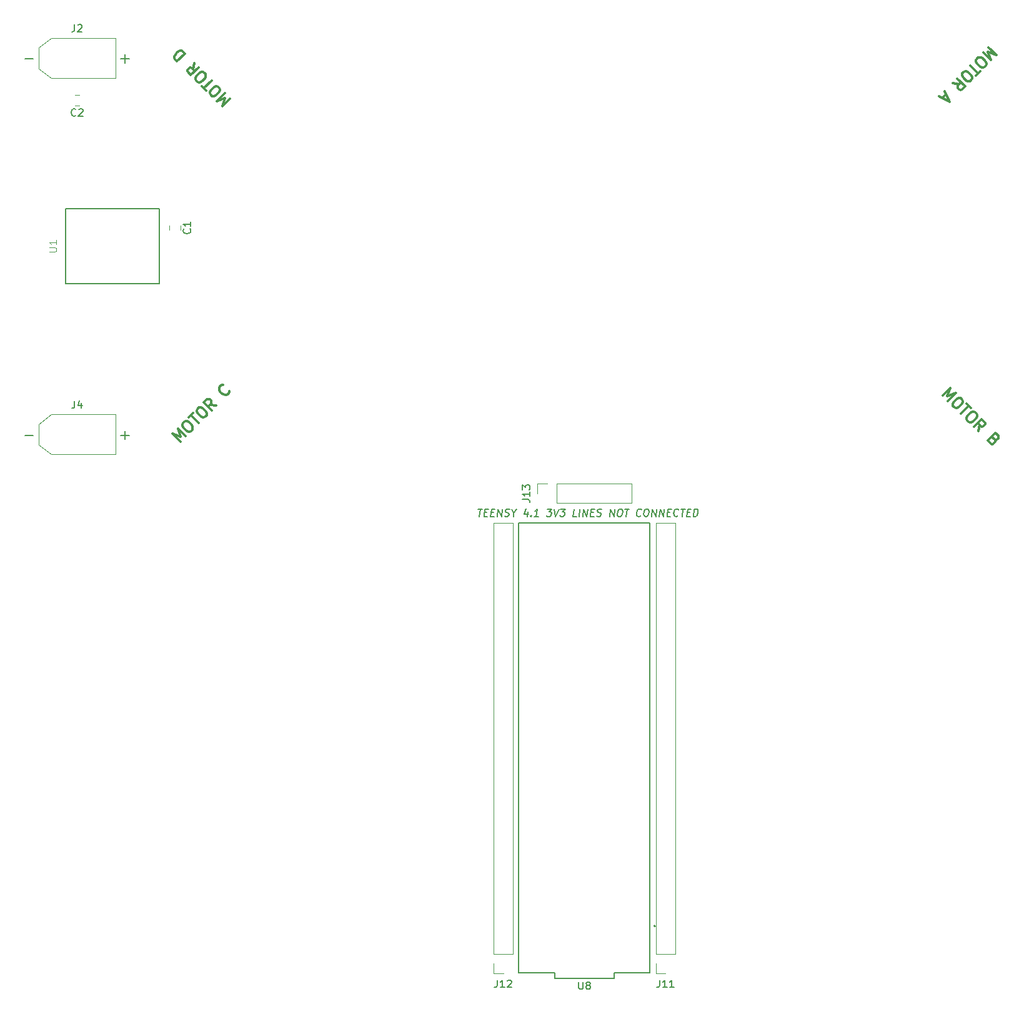
<source format=gbr>
%TF.GenerationSoftware,KiCad,Pcbnew,7.0.6-0*%
%TF.CreationDate,2023-09-14T10:32:23+10:00*%
%TF.ProjectId,Line 3.1,4c696e65-2033-42e3-912e-6b696361645f,rev?*%
%TF.SameCoordinates,Original*%
%TF.FileFunction,Legend,Top*%
%TF.FilePolarity,Positive*%
%FSLAX46Y46*%
G04 Gerber Fmt 4.6, Leading zero omitted, Abs format (unit mm)*
G04 Created by KiCad (PCBNEW 7.0.6-0) date 2023-09-14 10:32:23*
%MOMM*%
%LPD*%
G01*
G04 APERTURE LIST*
%ADD10C,0.300000*%
%ADD11C,0.200000*%
%ADD12C,0.150000*%
%ADD13C,0.100000*%
%ADD14C,0.120000*%
%ADD15C,0.127000*%
G04 APERTURE END LIST*
D10*
X95251262Y-176467066D02*
X94190602Y-175406405D01*
X94190602Y-175406405D02*
X95301770Y-175810466D01*
X95301770Y-175810466D02*
X94897709Y-174699299D01*
X94897709Y-174699299D02*
X95958369Y-175759959D01*
X95604816Y-173992192D02*
X95806847Y-173790161D01*
X95806847Y-173790161D02*
X95958369Y-173739654D01*
X95958369Y-173739654D02*
X96160400Y-173739654D01*
X96160400Y-173739654D02*
X96412938Y-173891176D01*
X96412938Y-173891176D02*
X96766491Y-174244730D01*
X96766491Y-174244730D02*
X96918014Y-174497268D01*
X96918014Y-174497268D02*
X96918014Y-174699298D01*
X96918014Y-174699298D02*
X96867507Y-174850821D01*
X96867507Y-174850821D02*
X96665476Y-175052852D01*
X96665476Y-175052852D02*
X96513953Y-175103360D01*
X96513953Y-175103360D02*
X96311923Y-175103360D01*
X96311923Y-175103360D02*
X96059385Y-174951837D01*
X96059385Y-174951837D02*
X95705831Y-174598283D01*
X95705831Y-174598283D02*
X95554308Y-174345745D01*
X95554308Y-174345745D02*
X95554308Y-174143715D01*
X95554308Y-174143715D02*
X95604816Y-173992192D01*
X96362431Y-173234577D02*
X96968522Y-172628485D01*
X97726137Y-173992191D02*
X96665476Y-172931531D01*
X97524106Y-172072902D02*
X97726137Y-171870871D01*
X97726137Y-171870871D02*
X97877659Y-171820364D01*
X97877659Y-171820364D02*
X98079690Y-171820364D01*
X98079690Y-171820364D02*
X98332228Y-171971886D01*
X98332228Y-171971886D02*
X98685781Y-172325440D01*
X98685781Y-172325440D02*
X98837304Y-172577978D01*
X98837304Y-172577978D02*
X98837304Y-172780008D01*
X98837304Y-172780008D02*
X98786797Y-172931531D01*
X98786797Y-172931531D02*
X98584766Y-173133562D01*
X98584766Y-173133562D02*
X98433243Y-173184069D01*
X98433243Y-173184069D02*
X98231213Y-173184069D01*
X98231213Y-173184069D02*
X97978675Y-173032547D01*
X97978675Y-173032547D02*
X97625121Y-172678993D01*
X97625121Y-172678993D02*
X97473598Y-172426455D01*
X97473598Y-172426455D02*
X97473598Y-172224425D01*
X97473598Y-172224425D02*
X97524106Y-172072902D01*
X100099995Y-171618333D02*
X99241366Y-171466810D01*
X99493904Y-172224424D02*
X98433244Y-171163764D01*
X98433244Y-171163764D02*
X98837305Y-170759703D01*
X98837305Y-170759703D02*
X98988828Y-170709195D01*
X98988828Y-170709195D02*
X99089843Y-170709195D01*
X99089843Y-170709195D02*
X99241366Y-170759703D01*
X99241366Y-170759703D02*
X99392889Y-170911226D01*
X99392889Y-170911226D02*
X99443396Y-171062749D01*
X99443396Y-171062749D02*
X99443396Y-171163764D01*
X99443396Y-171163764D02*
X99392889Y-171315287D01*
X99392889Y-171315287D02*
X98988828Y-171719348D01*
X101867762Y-169648535D02*
X101867762Y-169749551D01*
X101867762Y-169749551D02*
X101766747Y-169951581D01*
X101766747Y-169951581D02*
X101665732Y-170052596D01*
X101665732Y-170052596D02*
X101463701Y-170153612D01*
X101463701Y-170153612D02*
X101261671Y-170153612D01*
X101261671Y-170153612D02*
X101110148Y-170103104D01*
X101110148Y-170103104D02*
X100857610Y-169951581D01*
X100857610Y-169951581D02*
X100706087Y-169800058D01*
X100706087Y-169800058D02*
X100554564Y-169547520D01*
X100554564Y-169547520D02*
X100504056Y-169395997D01*
X100504056Y-169395997D02*
X100504056Y-169193967D01*
X100504056Y-169193967D02*
X100605072Y-168991936D01*
X100605072Y-168991936D02*
X100706087Y-168890921D01*
X100706087Y-168890921D02*
X100908117Y-168789906D01*
X100908117Y-168789906D02*
X101009133Y-168789906D01*
X101967066Y-129998737D02*
X100906405Y-131059397D01*
X100906405Y-131059397D02*
X101310466Y-129948229D01*
X101310466Y-129948229D02*
X100199299Y-130352290D01*
X100199299Y-130352290D02*
X101259959Y-129291630D01*
X99492192Y-129645183D02*
X99290161Y-129443152D01*
X99290161Y-129443152D02*
X99239654Y-129291630D01*
X99239654Y-129291630D02*
X99239654Y-129089599D01*
X99239654Y-129089599D02*
X99391176Y-128837061D01*
X99391176Y-128837061D02*
X99744730Y-128483508D01*
X99744730Y-128483508D02*
X99997268Y-128331985D01*
X99997268Y-128331985D02*
X100199298Y-128331985D01*
X100199298Y-128331985D02*
X100350821Y-128382492D01*
X100350821Y-128382492D02*
X100552852Y-128584523D01*
X100552852Y-128584523D02*
X100603360Y-128736046D01*
X100603360Y-128736046D02*
X100603360Y-128938076D01*
X100603360Y-128938076D02*
X100451837Y-129190614D01*
X100451837Y-129190614D02*
X100098283Y-129544168D01*
X100098283Y-129544168D02*
X99845745Y-129695691D01*
X99845745Y-129695691D02*
X99643715Y-129695691D01*
X99643715Y-129695691D02*
X99492192Y-129645183D01*
X98734577Y-128887568D02*
X98128485Y-128281477D01*
X99492191Y-127523862D02*
X98431531Y-128584523D01*
X97572902Y-127725893D02*
X97370871Y-127523862D01*
X97370871Y-127523862D02*
X97320364Y-127372340D01*
X97320364Y-127372340D02*
X97320364Y-127170309D01*
X97320364Y-127170309D02*
X97471886Y-126917771D01*
X97471886Y-126917771D02*
X97825440Y-126564218D01*
X97825440Y-126564218D02*
X98077978Y-126412695D01*
X98077978Y-126412695D02*
X98280008Y-126412695D01*
X98280008Y-126412695D02*
X98431531Y-126463202D01*
X98431531Y-126463202D02*
X98633562Y-126665233D01*
X98633562Y-126665233D02*
X98684069Y-126816756D01*
X98684069Y-126816756D02*
X98684069Y-127018786D01*
X98684069Y-127018786D02*
X98532547Y-127271324D01*
X98532547Y-127271324D02*
X98178993Y-127624878D01*
X98178993Y-127624878D02*
X97926455Y-127776401D01*
X97926455Y-127776401D02*
X97724425Y-127776401D01*
X97724425Y-127776401D02*
X97572902Y-127725893D01*
X97118333Y-125150004D02*
X96966810Y-126008633D01*
X97724424Y-125756095D02*
X96663764Y-126816755D01*
X96663764Y-126816755D02*
X96259703Y-126412694D01*
X96259703Y-126412694D02*
X96209195Y-126261171D01*
X96209195Y-126261171D02*
X96209195Y-126160156D01*
X96209195Y-126160156D02*
X96259703Y-126008633D01*
X96259703Y-126008633D02*
X96411226Y-125857110D01*
X96411226Y-125857110D02*
X96562749Y-125806603D01*
X96562749Y-125806603D02*
X96663764Y-125806603D01*
X96663764Y-125806603D02*
X96815287Y-125857110D01*
X96815287Y-125857110D02*
X97219348Y-126261171D01*
X95855642Y-123887313D02*
X94794982Y-124947973D01*
X94794982Y-124947973D02*
X94542444Y-124695435D01*
X94542444Y-124695435D02*
X94441429Y-124493405D01*
X94441429Y-124493405D02*
X94441429Y-124291374D01*
X94441429Y-124291374D02*
X94491936Y-124139851D01*
X94491936Y-124139851D02*
X94643459Y-123887313D01*
X94643459Y-123887313D02*
X94794982Y-123735790D01*
X94794982Y-123735790D02*
X95047520Y-123584267D01*
X95047520Y-123584267D02*
X95199043Y-123533760D01*
X95199043Y-123533760D02*
X95401073Y-123533760D01*
X95401073Y-123533760D02*
X95603104Y-123634775D01*
X95603104Y-123634775D02*
X95855642Y-123887313D01*
D11*
X135595863Y-185617219D02*
X136167292Y-185617219D01*
X135756578Y-186617219D02*
X135881578Y-185617219D01*
X136441102Y-186093409D02*
X136774435Y-186093409D01*
X136851816Y-186617219D02*
X136375625Y-186617219D01*
X136375625Y-186617219D02*
X136500625Y-185617219D01*
X136500625Y-185617219D02*
X136976816Y-185617219D01*
X137345864Y-186093409D02*
X137679197Y-186093409D01*
X137756578Y-186617219D02*
X137280387Y-186617219D01*
X137280387Y-186617219D02*
X137405387Y-185617219D01*
X137405387Y-185617219D02*
X137881578Y-185617219D01*
X138185149Y-186617219D02*
X138310149Y-185617219D01*
X138310149Y-185617219D02*
X138756578Y-186617219D01*
X138756578Y-186617219D02*
X138881578Y-185617219D01*
X139191102Y-186569600D02*
X139328006Y-186617219D01*
X139328006Y-186617219D02*
X139566102Y-186617219D01*
X139566102Y-186617219D02*
X139667292Y-186569600D01*
X139667292Y-186569600D02*
X139720864Y-186521980D01*
X139720864Y-186521980D02*
X139780387Y-186426742D01*
X139780387Y-186426742D02*
X139792292Y-186331504D01*
X139792292Y-186331504D02*
X139756578Y-186236266D01*
X139756578Y-186236266D02*
X139714911Y-186188647D01*
X139714911Y-186188647D02*
X139625626Y-186141028D01*
X139625626Y-186141028D02*
X139441102Y-186093409D01*
X139441102Y-186093409D02*
X139351816Y-186045790D01*
X139351816Y-186045790D02*
X139310149Y-185998171D01*
X139310149Y-185998171D02*
X139274435Y-185902933D01*
X139274435Y-185902933D02*
X139286340Y-185807695D01*
X139286340Y-185807695D02*
X139345864Y-185712457D01*
X139345864Y-185712457D02*
X139399435Y-185664838D01*
X139399435Y-185664838D02*
X139500626Y-185617219D01*
X139500626Y-185617219D02*
X139738721Y-185617219D01*
X139738721Y-185617219D02*
X139875626Y-185664838D01*
X140435149Y-186141028D02*
X140375626Y-186617219D01*
X140167292Y-185617219D02*
X140435149Y-186141028D01*
X140435149Y-186141028D02*
X140833959Y-185617219D01*
X142316102Y-185950552D02*
X142232769Y-186617219D01*
X142125626Y-185569600D02*
X141798245Y-186283885D01*
X141798245Y-186283885D02*
X142417293Y-186283885D01*
X142768483Y-186521980D02*
X142810150Y-186569600D01*
X142810150Y-186569600D02*
X142756578Y-186617219D01*
X142756578Y-186617219D02*
X142714912Y-186569600D01*
X142714912Y-186569600D02*
X142768483Y-186521980D01*
X142768483Y-186521980D02*
X142756578Y-186617219D01*
X143756578Y-186617219D02*
X143185149Y-186617219D01*
X143470864Y-186617219D02*
X143595864Y-185617219D01*
X143595864Y-185617219D02*
X143482768Y-185760076D01*
X143482768Y-185760076D02*
X143375626Y-185855314D01*
X143375626Y-185855314D02*
X143274435Y-185902933D01*
X144976816Y-185617219D02*
X145595864Y-185617219D01*
X145595864Y-185617219D02*
X145214912Y-185998171D01*
X145214912Y-185998171D02*
X145357769Y-185998171D01*
X145357769Y-185998171D02*
X145447054Y-186045790D01*
X145447054Y-186045790D02*
X145488721Y-186093409D01*
X145488721Y-186093409D02*
X145524435Y-186188647D01*
X145524435Y-186188647D02*
X145494673Y-186426742D01*
X145494673Y-186426742D02*
X145435150Y-186521980D01*
X145435150Y-186521980D02*
X145381578Y-186569600D01*
X145381578Y-186569600D02*
X145280388Y-186617219D01*
X145280388Y-186617219D02*
X144994673Y-186617219D01*
X144994673Y-186617219D02*
X144905388Y-186569600D01*
X144905388Y-186569600D02*
X144863721Y-186521980D01*
X145881578Y-185617219D02*
X146089912Y-186617219D01*
X146089912Y-186617219D02*
X146548245Y-185617219D01*
X146786340Y-185617219D02*
X147405388Y-185617219D01*
X147405388Y-185617219D02*
X147024436Y-185998171D01*
X147024436Y-185998171D02*
X147167293Y-185998171D01*
X147167293Y-185998171D02*
X147256578Y-186045790D01*
X147256578Y-186045790D02*
X147298245Y-186093409D01*
X147298245Y-186093409D02*
X147333959Y-186188647D01*
X147333959Y-186188647D02*
X147304197Y-186426742D01*
X147304197Y-186426742D02*
X147244674Y-186521980D01*
X147244674Y-186521980D02*
X147191102Y-186569600D01*
X147191102Y-186569600D02*
X147089912Y-186617219D01*
X147089912Y-186617219D02*
X146804197Y-186617219D01*
X146804197Y-186617219D02*
X146714912Y-186569600D01*
X146714912Y-186569600D02*
X146673245Y-186521980D01*
X148947055Y-186617219D02*
X148470864Y-186617219D01*
X148470864Y-186617219D02*
X148595864Y-185617219D01*
X149280388Y-186617219D02*
X149405388Y-185617219D01*
X149756578Y-186617219D02*
X149881578Y-185617219D01*
X149881578Y-185617219D02*
X150328007Y-186617219D01*
X150328007Y-186617219D02*
X150453007Y-185617219D01*
X150869674Y-186093409D02*
X151203007Y-186093409D01*
X151280388Y-186617219D02*
X150804197Y-186617219D01*
X150804197Y-186617219D02*
X150929197Y-185617219D01*
X150929197Y-185617219D02*
X151405388Y-185617219D01*
X151667293Y-186569600D02*
X151804197Y-186617219D01*
X151804197Y-186617219D02*
X152042293Y-186617219D01*
X152042293Y-186617219D02*
X152143483Y-186569600D01*
X152143483Y-186569600D02*
X152197055Y-186521980D01*
X152197055Y-186521980D02*
X152256578Y-186426742D01*
X152256578Y-186426742D02*
X152268483Y-186331504D01*
X152268483Y-186331504D02*
X152232769Y-186236266D01*
X152232769Y-186236266D02*
X152191102Y-186188647D01*
X152191102Y-186188647D02*
X152101817Y-186141028D01*
X152101817Y-186141028D02*
X151917293Y-186093409D01*
X151917293Y-186093409D02*
X151828007Y-186045790D01*
X151828007Y-186045790D02*
X151786340Y-185998171D01*
X151786340Y-185998171D02*
X151750626Y-185902933D01*
X151750626Y-185902933D02*
X151762531Y-185807695D01*
X151762531Y-185807695D02*
X151822055Y-185712457D01*
X151822055Y-185712457D02*
X151875626Y-185664838D01*
X151875626Y-185664838D02*
X151976817Y-185617219D01*
X151976817Y-185617219D02*
X152214912Y-185617219D01*
X152214912Y-185617219D02*
X152351817Y-185664838D01*
X153423245Y-186617219D02*
X153548245Y-185617219D01*
X153548245Y-185617219D02*
X153994674Y-186617219D01*
X153994674Y-186617219D02*
X154119674Y-185617219D01*
X154786341Y-185617219D02*
X154976817Y-185617219D01*
X154976817Y-185617219D02*
X155066102Y-185664838D01*
X155066102Y-185664838D02*
X155149436Y-185760076D01*
X155149436Y-185760076D02*
X155173245Y-185950552D01*
X155173245Y-185950552D02*
X155131579Y-186283885D01*
X155131579Y-186283885D02*
X155060150Y-186474361D01*
X155060150Y-186474361D02*
X154953007Y-186569600D01*
X154953007Y-186569600D02*
X154851817Y-186617219D01*
X154851817Y-186617219D02*
X154661341Y-186617219D01*
X154661341Y-186617219D02*
X154572055Y-186569600D01*
X154572055Y-186569600D02*
X154488722Y-186474361D01*
X154488722Y-186474361D02*
X154464912Y-186283885D01*
X154464912Y-186283885D02*
X154506579Y-185950552D01*
X154506579Y-185950552D02*
X154578007Y-185760076D01*
X154578007Y-185760076D02*
X154685150Y-185664838D01*
X154685150Y-185664838D02*
X154786341Y-185617219D01*
X155500626Y-185617219D02*
X156072055Y-185617219D01*
X155661341Y-186617219D02*
X155786341Y-185617219D01*
X157625627Y-186521980D02*
X157572055Y-186569600D01*
X157572055Y-186569600D02*
X157423246Y-186617219D01*
X157423246Y-186617219D02*
X157328008Y-186617219D01*
X157328008Y-186617219D02*
X157191103Y-186569600D01*
X157191103Y-186569600D02*
X157107770Y-186474361D01*
X157107770Y-186474361D02*
X157072055Y-186379123D01*
X157072055Y-186379123D02*
X157048246Y-186188647D01*
X157048246Y-186188647D02*
X157066103Y-186045790D01*
X157066103Y-186045790D02*
X157137531Y-185855314D01*
X157137531Y-185855314D02*
X157197055Y-185760076D01*
X157197055Y-185760076D02*
X157304198Y-185664838D01*
X157304198Y-185664838D02*
X157453008Y-185617219D01*
X157453008Y-185617219D02*
X157548246Y-185617219D01*
X157548246Y-185617219D02*
X157685151Y-185664838D01*
X157685151Y-185664838D02*
X157726817Y-185712457D01*
X158357770Y-185617219D02*
X158548246Y-185617219D01*
X158548246Y-185617219D02*
X158637531Y-185664838D01*
X158637531Y-185664838D02*
X158720865Y-185760076D01*
X158720865Y-185760076D02*
X158744674Y-185950552D01*
X158744674Y-185950552D02*
X158703008Y-186283885D01*
X158703008Y-186283885D02*
X158631579Y-186474361D01*
X158631579Y-186474361D02*
X158524436Y-186569600D01*
X158524436Y-186569600D02*
X158423246Y-186617219D01*
X158423246Y-186617219D02*
X158232770Y-186617219D01*
X158232770Y-186617219D02*
X158143484Y-186569600D01*
X158143484Y-186569600D02*
X158060151Y-186474361D01*
X158060151Y-186474361D02*
X158036341Y-186283885D01*
X158036341Y-186283885D02*
X158078008Y-185950552D01*
X158078008Y-185950552D02*
X158149436Y-185760076D01*
X158149436Y-185760076D02*
X158256579Y-185664838D01*
X158256579Y-185664838D02*
X158357770Y-185617219D01*
X159089912Y-186617219D02*
X159214912Y-185617219D01*
X159214912Y-185617219D02*
X159661341Y-186617219D01*
X159661341Y-186617219D02*
X159786341Y-185617219D01*
X160137531Y-186617219D02*
X160262531Y-185617219D01*
X160262531Y-185617219D02*
X160708960Y-186617219D01*
X160708960Y-186617219D02*
X160833960Y-185617219D01*
X161250627Y-186093409D02*
X161583960Y-186093409D01*
X161661341Y-186617219D02*
X161185150Y-186617219D01*
X161185150Y-186617219D02*
X161310150Y-185617219D01*
X161310150Y-185617219D02*
X161786341Y-185617219D01*
X162673246Y-186521980D02*
X162619674Y-186569600D01*
X162619674Y-186569600D02*
X162470865Y-186617219D01*
X162470865Y-186617219D02*
X162375627Y-186617219D01*
X162375627Y-186617219D02*
X162238722Y-186569600D01*
X162238722Y-186569600D02*
X162155389Y-186474361D01*
X162155389Y-186474361D02*
X162119674Y-186379123D01*
X162119674Y-186379123D02*
X162095865Y-186188647D01*
X162095865Y-186188647D02*
X162113722Y-186045790D01*
X162113722Y-186045790D02*
X162185150Y-185855314D01*
X162185150Y-185855314D02*
X162244674Y-185760076D01*
X162244674Y-185760076D02*
X162351817Y-185664838D01*
X162351817Y-185664838D02*
X162500627Y-185617219D01*
X162500627Y-185617219D02*
X162595865Y-185617219D01*
X162595865Y-185617219D02*
X162732770Y-185664838D01*
X162732770Y-185664838D02*
X162774436Y-185712457D01*
X163072055Y-185617219D02*
X163643484Y-185617219D01*
X163232770Y-186617219D02*
X163357770Y-185617219D01*
X163917294Y-186093409D02*
X164250627Y-186093409D01*
X164328008Y-186617219D02*
X163851817Y-186617219D01*
X163851817Y-186617219D02*
X163976817Y-185617219D01*
X163976817Y-185617219D02*
X164453008Y-185617219D01*
X164756579Y-186617219D02*
X164881579Y-185617219D01*
X164881579Y-185617219D02*
X165119675Y-185617219D01*
X165119675Y-185617219D02*
X165256579Y-185664838D01*
X165256579Y-185664838D02*
X165339913Y-185760076D01*
X165339913Y-185760076D02*
X165375627Y-185855314D01*
X165375627Y-185855314D02*
X165399437Y-186045790D01*
X165399437Y-186045790D02*
X165381579Y-186188647D01*
X165381579Y-186188647D02*
X165310151Y-186379123D01*
X165310151Y-186379123D02*
X165250627Y-186474361D01*
X165250627Y-186474361D02*
X165143484Y-186569600D01*
X165143484Y-186569600D02*
X164994675Y-186617219D01*
X164994675Y-186617219D02*
X164756579Y-186617219D01*
D10*
X204748737Y-123032933D02*
X205809397Y-124093594D01*
X205809397Y-124093594D02*
X204698229Y-123689533D01*
X204698229Y-123689533D02*
X205102290Y-124800700D01*
X205102290Y-124800700D02*
X204041630Y-123740040D01*
X204395183Y-125507807D02*
X204193152Y-125709838D01*
X204193152Y-125709838D02*
X204041630Y-125760345D01*
X204041630Y-125760345D02*
X203839599Y-125760345D01*
X203839599Y-125760345D02*
X203587061Y-125608823D01*
X203587061Y-125608823D02*
X203233508Y-125255269D01*
X203233508Y-125255269D02*
X203081985Y-125002731D01*
X203081985Y-125002731D02*
X203081985Y-124800701D01*
X203081985Y-124800701D02*
X203132492Y-124649178D01*
X203132492Y-124649178D02*
X203334523Y-124447147D01*
X203334523Y-124447147D02*
X203486046Y-124396639D01*
X203486046Y-124396639D02*
X203688076Y-124396639D01*
X203688076Y-124396639D02*
X203940614Y-124548162D01*
X203940614Y-124548162D02*
X204294168Y-124901716D01*
X204294168Y-124901716D02*
X204445691Y-125154254D01*
X204445691Y-125154254D02*
X204445691Y-125356284D01*
X204445691Y-125356284D02*
X204395183Y-125507807D01*
X203637568Y-126265422D02*
X203031477Y-126871514D01*
X202273862Y-125507808D02*
X203334523Y-126568468D01*
X202475893Y-127427097D02*
X202273862Y-127629128D01*
X202273862Y-127629128D02*
X202122340Y-127679635D01*
X202122340Y-127679635D02*
X201920309Y-127679635D01*
X201920309Y-127679635D02*
X201667771Y-127528113D01*
X201667771Y-127528113D02*
X201314218Y-127174559D01*
X201314218Y-127174559D02*
X201162695Y-126922021D01*
X201162695Y-126922021D02*
X201162695Y-126719991D01*
X201162695Y-126719991D02*
X201213202Y-126568468D01*
X201213202Y-126568468D02*
X201415233Y-126366437D01*
X201415233Y-126366437D02*
X201566756Y-126315930D01*
X201566756Y-126315930D02*
X201768786Y-126315930D01*
X201768786Y-126315930D02*
X202021324Y-126467452D01*
X202021324Y-126467452D02*
X202374878Y-126821006D01*
X202374878Y-126821006D02*
X202526401Y-127073544D01*
X202526401Y-127073544D02*
X202526401Y-127275574D01*
X202526401Y-127275574D02*
X202475893Y-127427097D01*
X199900004Y-127881666D02*
X200758633Y-128033189D01*
X200506095Y-127275575D02*
X201566755Y-128336235D01*
X201566755Y-128336235D02*
X201162694Y-128740296D01*
X201162694Y-128740296D02*
X201011171Y-128790804D01*
X201011171Y-128790804D02*
X200910156Y-128790804D01*
X200910156Y-128790804D02*
X200758633Y-128740296D01*
X200758633Y-128740296D02*
X200607110Y-128588773D01*
X200607110Y-128588773D02*
X200556603Y-128437250D01*
X200556603Y-128437250D02*
X200556603Y-128336235D01*
X200556603Y-128336235D02*
X200607110Y-128184712D01*
X200607110Y-128184712D02*
X201011171Y-127780651D01*
X198990866Y-129396895D02*
X198485790Y-129901971D01*
X198788836Y-128992834D02*
X199495943Y-130407048D01*
X199495943Y-130407048D02*
X198081729Y-129699941D01*
X198532933Y-170251262D02*
X199593594Y-169190602D01*
X199593594Y-169190602D02*
X199189533Y-170301770D01*
X199189533Y-170301770D02*
X200300700Y-169897709D01*
X200300700Y-169897709D02*
X199240040Y-170958369D01*
X201007807Y-170604816D02*
X201209838Y-170806847D01*
X201209838Y-170806847D02*
X201260345Y-170958369D01*
X201260345Y-170958369D02*
X201260345Y-171160400D01*
X201260345Y-171160400D02*
X201108823Y-171412938D01*
X201108823Y-171412938D02*
X200755269Y-171766491D01*
X200755269Y-171766491D02*
X200502731Y-171918014D01*
X200502731Y-171918014D02*
X200300701Y-171918014D01*
X200300701Y-171918014D02*
X200149178Y-171867507D01*
X200149178Y-171867507D02*
X199947147Y-171665476D01*
X199947147Y-171665476D02*
X199896639Y-171513953D01*
X199896639Y-171513953D02*
X199896639Y-171311923D01*
X199896639Y-171311923D02*
X200048162Y-171059385D01*
X200048162Y-171059385D02*
X200401716Y-170705831D01*
X200401716Y-170705831D02*
X200654254Y-170554308D01*
X200654254Y-170554308D02*
X200856284Y-170554308D01*
X200856284Y-170554308D02*
X201007807Y-170604816D01*
X201765422Y-171362431D02*
X202371514Y-171968522D01*
X201007808Y-172726137D02*
X202068468Y-171665476D01*
X202927097Y-172524106D02*
X203129128Y-172726137D01*
X203129128Y-172726137D02*
X203179635Y-172877659D01*
X203179635Y-172877659D02*
X203179635Y-173079690D01*
X203179635Y-173079690D02*
X203028113Y-173332228D01*
X203028113Y-173332228D02*
X202674559Y-173685781D01*
X202674559Y-173685781D02*
X202422021Y-173837304D01*
X202422021Y-173837304D02*
X202219991Y-173837304D01*
X202219991Y-173837304D02*
X202068468Y-173786797D01*
X202068468Y-173786797D02*
X201866437Y-173584766D01*
X201866437Y-173584766D02*
X201815930Y-173433243D01*
X201815930Y-173433243D02*
X201815930Y-173231213D01*
X201815930Y-173231213D02*
X201967452Y-172978675D01*
X201967452Y-172978675D02*
X202321006Y-172625121D01*
X202321006Y-172625121D02*
X202573544Y-172473598D01*
X202573544Y-172473598D02*
X202775574Y-172473598D01*
X202775574Y-172473598D02*
X202927097Y-172524106D01*
X203381666Y-175099995D02*
X203533189Y-174241366D01*
X202775575Y-174493904D02*
X203836235Y-173433244D01*
X203836235Y-173433244D02*
X204240296Y-173837305D01*
X204240296Y-173837305D02*
X204290804Y-173988828D01*
X204290804Y-173988828D02*
X204290804Y-174089843D01*
X204290804Y-174089843D02*
X204240296Y-174241366D01*
X204240296Y-174241366D02*
X204088773Y-174392889D01*
X204088773Y-174392889D02*
X203937250Y-174443396D01*
X203937250Y-174443396D02*
X203836235Y-174443396D01*
X203836235Y-174443396D02*
X203684712Y-174392889D01*
X203684712Y-174392889D02*
X203280651Y-173988828D01*
X205553494Y-176160655D02*
X205654509Y-176362686D01*
X205654509Y-176362686D02*
X205654509Y-176463701D01*
X205654509Y-176463701D02*
X205604002Y-176615224D01*
X205604002Y-176615224D02*
X205452479Y-176766747D01*
X205452479Y-176766747D02*
X205300956Y-176817255D01*
X205300956Y-176817255D02*
X205199941Y-176817255D01*
X205199941Y-176817255D02*
X205048418Y-176766747D01*
X205048418Y-176766747D02*
X204644357Y-176362686D01*
X204644357Y-176362686D02*
X205705017Y-175302026D01*
X205705017Y-175302026D02*
X206058570Y-175655579D01*
X206058570Y-175655579D02*
X206109078Y-175807102D01*
X206109078Y-175807102D02*
X206109078Y-175908117D01*
X206109078Y-175908117D02*
X206058570Y-176059640D01*
X206058570Y-176059640D02*
X205957555Y-176160655D01*
X205957555Y-176160655D02*
X205806032Y-176211163D01*
X205806032Y-176211163D02*
X205705017Y-176211163D01*
X205705017Y-176211163D02*
X205553494Y-176160655D01*
X205553494Y-176160655D02*
X205199941Y-175807102D01*
D12*
X80916666Y-119954819D02*
X80916666Y-120669104D01*
X80916666Y-120669104D02*
X80869047Y-120811961D01*
X80869047Y-120811961D02*
X80773809Y-120907200D01*
X80773809Y-120907200D02*
X80630952Y-120954819D01*
X80630952Y-120954819D02*
X80535714Y-120954819D01*
X81345238Y-120050057D02*
X81392857Y-120002438D01*
X81392857Y-120002438D02*
X81488095Y-119954819D01*
X81488095Y-119954819D02*
X81726190Y-119954819D01*
X81726190Y-119954819D02*
X81821428Y-120002438D01*
X81821428Y-120002438D02*
X81869047Y-120050057D01*
X81869047Y-120050057D02*
X81916666Y-120145295D01*
X81916666Y-120145295D02*
X81916666Y-120240533D01*
X81916666Y-120240533D02*
X81869047Y-120383390D01*
X81869047Y-120383390D02*
X81297619Y-120954819D01*
X81297619Y-120954819D02*
X81916666Y-120954819D01*
X74178571Y-124614700D02*
X75321429Y-124614700D01*
X87178571Y-124614700D02*
X88321429Y-124614700D01*
X87750000Y-125186128D02*
X87750000Y-124043271D01*
X80916666Y-170954819D02*
X80916666Y-171669104D01*
X80916666Y-171669104D02*
X80869047Y-171811961D01*
X80869047Y-171811961D02*
X80773809Y-171907200D01*
X80773809Y-171907200D02*
X80630952Y-171954819D01*
X80630952Y-171954819D02*
X80535714Y-171954819D01*
X81821428Y-171288152D02*
X81821428Y-171954819D01*
X81583333Y-170907200D02*
X81345238Y-171621485D01*
X81345238Y-171621485D02*
X81964285Y-171621485D01*
X87178571Y-175614700D02*
X88321429Y-175614700D01*
X87750000Y-176186128D02*
X87750000Y-175043271D01*
X74178571Y-175614700D02*
X75321429Y-175614700D01*
X96539580Y-147666666D02*
X96587200Y-147714285D01*
X96587200Y-147714285D02*
X96634819Y-147857142D01*
X96634819Y-147857142D02*
X96634819Y-147952380D01*
X96634819Y-147952380D02*
X96587200Y-148095237D01*
X96587200Y-148095237D02*
X96491961Y-148190475D01*
X96491961Y-148190475D02*
X96396723Y-148238094D01*
X96396723Y-148238094D02*
X96206247Y-148285713D01*
X96206247Y-148285713D02*
X96063390Y-148285713D01*
X96063390Y-148285713D02*
X95872914Y-148238094D01*
X95872914Y-148238094D02*
X95777676Y-148190475D01*
X95777676Y-148190475D02*
X95682438Y-148095237D01*
X95682438Y-148095237D02*
X95634819Y-147952380D01*
X95634819Y-147952380D02*
X95634819Y-147857142D01*
X95634819Y-147857142D02*
X95682438Y-147714285D01*
X95682438Y-147714285D02*
X95730057Y-147666666D01*
X96634819Y-146714285D02*
X96634819Y-147285713D01*
X96634819Y-146999999D02*
X95634819Y-146999999D01*
X95634819Y-146999999D02*
X95777676Y-147095237D01*
X95777676Y-147095237D02*
X95872914Y-147190475D01*
X95872914Y-147190475D02*
X95920533Y-147285713D01*
X81083333Y-132289580D02*
X81035714Y-132337200D01*
X81035714Y-132337200D02*
X80892857Y-132384819D01*
X80892857Y-132384819D02*
X80797619Y-132384819D01*
X80797619Y-132384819D02*
X80654762Y-132337200D01*
X80654762Y-132337200D02*
X80559524Y-132241961D01*
X80559524Y-132241961D02*
X80511905Y-132146723D01*
X80511905Y-132146723D02*
X80464286Y-131956247D01*
X80464286Y-131956247D02*
X80464286Y-131813390D01*
X80464286Y-131813390D02*
X80511905Y-131622914D01*
X80511905Y-131622914D02*
X80559524Y-131527676D01*
X80559524Y-131527676D02*
X80654762Y-131432438D01*
X80654762Y-131432438D02*
X80797619Y-131384819D01*
X80797619Y-131384819D02*
X80892857Y-131384819D01*
X80892857Y-131384819D02*
X81035714Y-131432438D01*
X81035714Y-131432438D02*
X81083333Y-131480057D01*
X81464286Y-131480057D02*
X81511905Y-131432438D01*
X81511905Y-131432438D02*
X81607143Y-131384819D01*
X81607143Y-131384819D02*
X81845238Y-131384819D01*
X81845238Y-131384819D02*
X81940476Y-131432438D01*
X81940476Y-131432438D02*
X81988095Y-131480057D01*
X81988095Y-131480057D02*
X82035714Y-131575295D01*
X82035714Y-131575295D02*
X82035714Y-131670533D01*
X82035714Y-131670533D02*
X81988095Y-131813390D01*
X81988095Y-131813390D02*
X81416667Y-132384819D01*
X81416667Y-132384819D02*
X82035714Y-132384819D01*
X160190476Y-249444819D02*
X160190476Y-250159104D01*
X160190476Y-250159104D02*
X160142857Y-250301961D01*
X160142857Y-250301961D02*
X160047619Y-250397200D01*
X160047619Y-250397200D02*
X159904762Y-250444819D01*
X159904762Y-250444819D02*
X159809524Y-250444819D01*
X161190476Y-250444819D02*
X160619048Y-250444819D01*
X160904762Y-250444819D02*
X160904762Y-249444819D01*
X160904762Y-249444819D02*
X160809524Y-249587676D01*
X160809524Y-249587676D02*
X160714286Y-249682914D01*
X160714286Y-249682914D02*
X160619048Y-249730533D01*
X162142857Y-250444819D02*
X161571429Y-250444819D01*
X161857143Y-250444819D02*
X161857143Y-249444819D01*
X161857143Y-249444819D02*
X161761905Y-249587676D01*
X161761905Y-249587676D02*
X161666667Y-249682914D01*
X161666667Y-249682914D02*
X161571429Y-249730533D01*
X138190476Y-249444819D02*
X138190476Y-250159104D01*
X138190476Y-250159104D02*
X138142857Y-250301961D01*
X138142857Y-250301961D02*
X138047619Y-250397200D01*
X138047619Y-250397200D02*
X137904762Y-250444819D01*
X137904762Y-250444819D02*
X137809524Y-250444819D01*
X139190476Y-250444819D02*
X138619048Y-250444819D01*
X138904762Y-250444819D02*
X138904762Y-249444819D01*
X138904762Y-249444819D02*
X138809524Y-249587676D01*
X138809524Y-249587676D02*
X138714286Y-249682914D01*
X138714286Y-249682914D02*
X138619048Y-249730533D01*
X139571429Y-249540057D02*
X139619048Y-249492438D01*
X139619048Y-249492438D02*
X139714286Y-249444819D01*
X139714286Y-249444819D02*
X139952381Y-249444819D01*
X139952381Y-249444819D02*
X140047619Y-249492438D01*
X140047619Y-249492438D02*
X140095238Y-249540057D01*
X140095238Y-249540057D02*
X140142857Y-249635295D01*
X140142857Y-249635295D02*
X140142857Y-249730533D01*
X140142857Y-249730533D02*
X140095238Y-249873390D01*
X140095238Y-249873390D02*
X139523810Y-250444819D01*
X139523810Y-250444819D02*
X140142857Y-250444819D01*
X149238095Y-249704819D02*
X149238095Y-250514342D01*
X149238095Y-250514342D02*
X149285714Y-250609580D01*
X149285714Y-250609580D02*
X149333333Y-250657200D01*
X149333333Y-250657200D02*
X149428571Y-250704819D01*
X149428571Y-250704819D02*
X149619047Y-250704819D01*
X149619047Y-250704819D02*
X149714285Y-250657200D01*
X149714285Y-250657200D02*
X149761904Y-250609580D01*
X149761904Y-250609580D02*
X149809523Y-250514342D01*
X149809523Y-250514342D02*
X149809523Y-249704819D01*
X150428571Y-250133390D02*
X150333333Y-250085771D01*
X150333333Y-250085771D02*
X150285714Y-250038152D01*
X150285714Y-250038152D02*
X150238095Y-249942914D01*
X150238095Y-249942914D02*
X150238095Y-249895295D01*
X150238095Y-249895295D02*
X150285714Y-249800057D01*
X150285714Y-249800057D02*
X150333333Y-249752438D01*
X150333333Y-249752438D02*
X150428571Y-249704819D01*
X150428571Y-249704819D02*
X150619047Y-249704819D01*
X150619047Y-249704819D02*
X150714285Y-249752438D01*
X150714285Y-249752438D02*
X150761904Y-249800057D01*
X150761904Y-249800057D02*
X150809523Y-249895295D01*
X150809523Y-249895295D02*
X150809523Y-249942914D01*
X150809523Y-249942914D02*
X150761904Y-250038152D01*
X150761904Y-250038152D02*
X150714285Y-250085771D01*
X150714285Y-250085771D02*
X150619047Y-250133390D01*
X150619047Y-250133390D02*
X150428571Y-250133390D01*
X150428571Y-250133390D02*
X150333333Y-250181009D01*
X150333333Y-250181009D02*
X150285714Y-250228628D01*
X150285714Y-250228628D02*
X150238095Y-250323866D01*
X150238095Y-250323866D02*
X150238095Y-250514342D01*
X150238095Y-250514342D02*
X150285714Y-250609580D01*
X150285714Y-250609580D02*
X150333333Y-250657200D01*
X150333333Y-250657200D02*
X150428571Y-250704819D01*
X150428571Y-250704819D02*
X150619047Y-250704819D01*
X150619047Y-250704819D02*
X150714285Y-250657200D01*
X150714285Y-250657200D02*
X150761904Y-250609580D01*
X150761904Y-250609580D02*
X150809523Y-250514342D01*
X150809523Y-250514342D02*
X150809523Y-250323866D01*
X150809523Y-250323866D02*
X150761904Y-250228628D01*
X150761904Y-250228628D02*
X150714285Y-250181009D01*
X150714285Y-250181009D02*
X150619047Y-250133390D01*
X141609819Y-184309523D02*
X142324104Y-184309523D01*
X142324104Y-184309523D02*
X142466961Y-184357142D01*
X142466961Y-184357142D02*
X142562200Y-184452380D01*
X142562200Y-184452380D02*
X142609819Y-184595237D01*
X142609819Y-184595237D02*
X142609819Y-184690475D01*
X142609819Y-183309523D02*
X142609819Y-183880951D01*
X142609819Y-183595237D02*
X141609819Y-183595237D01*
X141609819Y-183595237D02*
X141752676Y-183690475D01*
X141752676Y-183690475D02*
X141847914Y-183785713D01*
X141847914Y-183785713D02*
X141895533Y-183880951D01*
X141609819Y-182976189D02*
X141609819Y-182357142D01*
X141609819Y-182357142D02*
X141990771Y-182690475D01*
X141990771Y-182690475D02*
X141990771Y-182547618D01*
X141990771Y-182547618D02*
X142038390Y-182452380D01*
X142038390Y-182452380D02*
X142086009Y-182404761D01*
X142086009Y-182404761D02*
X142181247Y-182357142D01*
X142181247Y-182357142D02*
X142419342Y-182357142D01*
X142419342Y-182357142D02*
X142514580Y-182404761D01*
X142514580Y-182404761D02*
X142562200Y-182452380D01*
X142562200Y-182452380D02*
X142609819Y-182547618D01*
X142609819Y-182547618D02*
X142609819Y-182833332D01*
X142609819Y-182833332D02*
X142562200Y-182928570D01*
X142562200Y-182928570D02*
X142514580Y-182976189D01*
D13*
X77457419Y-150761904D02*
X78266942Y-150761904D01*
X78266942Y-150761904D02*
X78362180Y-150714285D01*
X78362180Y-150714285D02*
X78409800Y-150666666D01*
X78409800Y-150666666D02*
X78457419Y-150571428D01*
X78457419Y-150571428D02*
X78457419Y-150380952D01*
X78457419Y-150380952D02*
X78409800Y-150285714D01*
X78409800Y-150285714D02*
X78362180Y-150238095D01*
X78362180Y-150238095D02*
X78266942Y-150190476D01*
X78266942Y-150190476D02*
X77457419Y-150190476D01*
X78457419Y-149190476D02*
X78457419Y-149761904D01*
X78457419Y-149476190D02*
X77457419Y-149476190D01*
X77457419Y-149476190D02*
X77600276Y-149571428D01*
X77600276Y-149571428D02*
X77695514Y-149666666D01*
X77695514Y-149666666D02*
X77743133Y-149761904D01*
D14*
%TO.C,J2*%
X76040000Y-123090000D02*
X76040000Y-125910000D01*
X76040000Y-123090000D02*
X77740000Y-121790000D01*
X76040000Y-125910000D02*
X77740000Y-127210000D01*
X77740000Y-121790000D02*
X86460000Y-121790000D01*
X77740000Y-127210000D02*
X86460000Y-127210000D01*
X86460000Y-121790000D02*
X86460000Y-127210000D01*
%TO.C,J4*%
X76040000Y-174090000D02*
X76040000Y-176910000D01*
X76040000Y-174090000D02*
X77740000Y-172790000D01*
X76040000Y-176910000D02*
X77740000Y-178210000D01*
X77740000Y-172790000D02*
X86460000Y-172790000D01*
X77740000Y-178210000D02*
X86460000Y-178210000D01*
X86460000Y-172790000D02*
X86460000Y-178210000D01*
%TO.C,C1*%
X95235000Y-147238748D02*
X95235000Y-147761252D01*
X93765000Y-147238748D02*
X93765000Y-147761252D01*
%TO.C,C2*%
X81511252Y-130985000D02*
X80988748Y-130985000D01*
X81511252Y-129515000D02*
X80988748Y-129515000D01*
%TO.C,J11*%
X162330000Y-245950000D02*
X162330000Y-187470000D01*
X162330000Y-245950000D02*
X159670000Y-245950000D01*
X162330000Y-187470000D02*
X159670000Y-187470000D01*
X161000000Y-248550000D02*
X159670000Y-248550000D01*
X159670000Y-248550000D02*
X159670000Y-247220000D01*
X159670000Y-245950000D02*
X159670000Y-187470000D01*
%TO.C,J12*%
X140330000Y-245950000D02*
X140330000Y-187470000D01*
X140330000Y-245950000D02*
X137670000Y-245950000D01*
X140330000Y-187470000D02*
X137670000Y-187470000D01*
X139000000Y-248550000D02*
X137670000Y-248550000D01*
X137670000Y-248550000D02*
X137670000Y-247220000D01*
X137670000Y-245950000D02*
X137670000Y-187470000D01*
D15*
%TO.C,U8*%
X154030000Y-249190000D02*
X145970000Y-249190000D01*
X141110000Y-248490000D02*
X145970000Y-248490000D01*
X141110000Y-248490000D02*
X141110000Y-187530000D01*
X145970000Y-248490000D02*
X145970000Y-249190000D01*
X154030000Y-248490000D02*
X154030000Y-249190000D01*
X158890000Y-248490000D02*
X154030000Y-248490000D01*
X141110000Y-187530000D02*
X158890000Y-187530000D01*
X158890000Y-187530000D02*
X158890000Y-248490000D01*
D11*
X159600000Y-242140000D02*
G75*
G03*
X159600000Y-242140000I-100000J0D01*
G01*
D14*
%TO.C,J13*%
X146195000Y-184830000D02*
X156415000Y-184830000D01*
X146195000Y-184830000D02*
X146195000Y-182170000D01*
X156415000Y-184830000D02*
X156415000Y-182170000D01*
X143595000Y-183500000D02*
X143595000Y-182170000D01*
X143595000Y-182170000D02*
X144925000Y-182170000D01*
X146195000Y-182170000D02*
X156415000Y-182170000D01*
D11*
%TO.C,U1*%
X79650000Y-155080000D02*
X92350000Y-155080000D01*
X92350000Y-155080000D02*
X92350000Y-144920000D01*
X92350000Y-144920000D02*
X79650000Y-144920000D01*
X79650000Y-144920000D02*
X79650000Y-155080000D01*
%TD*%
M02*

</source>
